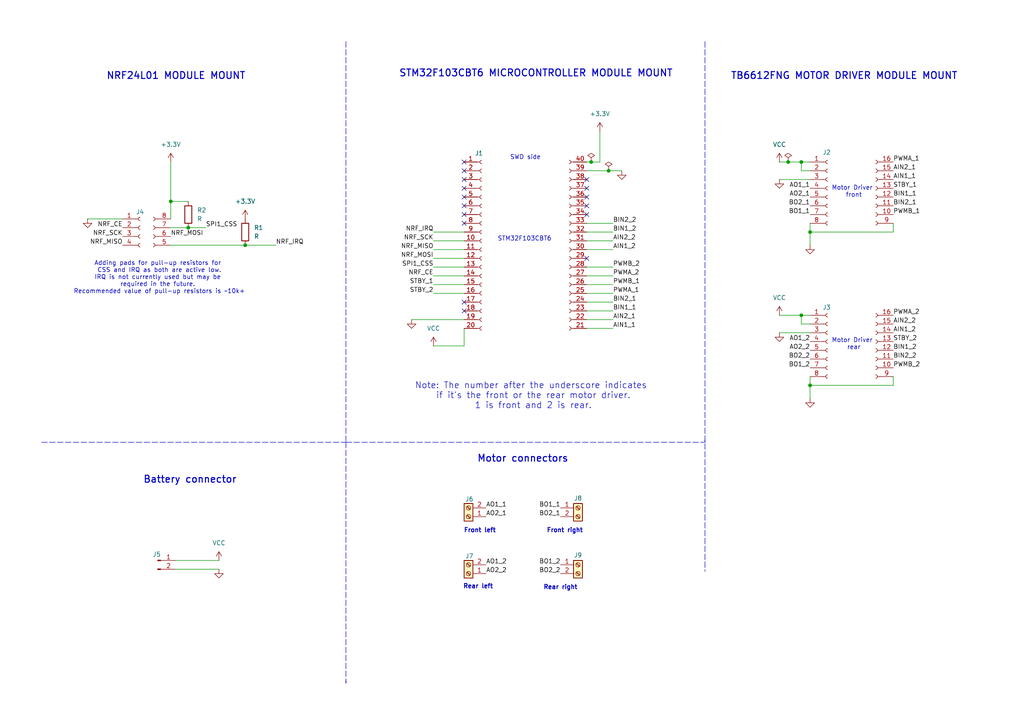
<source format=kicad_sch>
(kicad_sch (version 20250114) (generator "eeschema") (generator_version "9.0")
  (paper "A4")
  (title_block (title "RC CAR PCB"))
  (lib_symbols
    (symbol "Connector:Conn_01x02_Pin" (pin_names (offset 1.016) (hide yes))
      (property "Reference" "J" (at 0 2.54 0))
      (property "Value" "Conn_01x02_Pin" (at 0 -5.08 0))
      (symbol "Conn_01x02_Pin_1_1"
        (rectangle (start 0.8636 0.127) (end 0 -0.127) (stroke (width 0.1524)) (fill (type outline)))
        (rectangle (start 0.8636 -2.413) (end 0 -2.667) (stroke (width 0.1524)) (fill (type outline)))
        (polyline (pts (xy 1.27 0) (xy 0.8636 0)) (stroke (width 0.1524)))
        (polyline (pts (xy 1.27 -2.54) (xy 0.8636 -2.54)) (stroke (width 0.1524)))
        (pin passive line (at 5.08 0 180) (length 3.81) (name "Pin_1") (number "1"))
        (pin passive line (at 5.08 -2.54 180) (length 3.81) (name "Pin_2") (number "2"))
      )
    )
    (symbol "Connector:Screw_Terminal_01x02" (pin_names (offset 1.016) (hide yes))
      (property "Reference" "J" (at 0 2.54 0))
      (property "Value" "Screw_Terminal_01x02" (at 0 -5.08 0))
      (symbol "Screw_Terminal_01x02_1_1"
        (rectangle (start -1.27 1.27) (end 1.27 -3.81) (stroke (width 0.254)) (fill (type background)))
        (polyline (pts (xy -0.5334 0.3302) (xy 0.3302 -0.508)) (stroke (width 0.1524)))
        (polyline (pts (xy -0.5334 -2.2098) (xy 0.3302 -3.048)) (stroke (width 0.1524)))
        (polyline (pts (xy -0.3556 0.508) (xy 0.508 -0.3302)) (stroke (width 0.1524)))
        (polyline (pts (xy -0.3556 -2.032) (xy 0.508 -2.8702)) (stroke (width 0.1524)))
        (circle (center 0 0) (radius 0.635) (stroke (width 0.1524)))
        (circle (center 0 -2.54) (radius 0.635) (stroke (width 0.1524)))
        (pin passive line (at -5.08 0 0) (length 3.81) (name "Pin_1") (number "1"))
        (pin passive line (at -5.08 -2.54 0) (length 3.81) (name "Pin_2") (number "2"))
      )
    )
    (symbol "Custom_symbols:Conn_02x04_Socket" (pin_names (offset 1.016) (hide yes))
      (property "Reference" "J" (at 0 5.08 0))
      (property "Value" "Conn_02x04_Socket" (at 0 -7.62 0))
      (symbol "Conn_02x04_Socket_1_1"
        (polyline (pts (xy -1.27 2.54) (xy -0.508 2.54)) (stroke (width 0.1524)))
        (polyline (pts (xy -1.27 0) (xy -0.508 0)) (stroke (width 0.1524)))
        (polyline (pts (xy -1.27 -2.54) (xy -0.508 -2.54)) (stroke (width 0.1524)))
        (polyline (pts (xy -1.27 -5.08) (xy -0.508 -5.08)) (stroke (width 0.1524)))
        (arc (start 0 2.032) (mid -0.5058 2.54) (end 0 3.048) (stroke (width 0.1524)))
        (arc (start 0 -0.508) (mid -0.5058 0) (end 0 0.508) (stroke (width 0.1524)))
        (arc (start 0 -3.048) (mid -0.5058 -2.54) (end 0 -2.032) (stroke (width 0.1524)))
        (arc (start 0 -5.588) (mid -0.5058 -5.08) (end 0 -4.572) (stroke (width 0.1524)))
        (arc (start 3.81 3.048) (mid 4.3158 2.54) (end 3.81 2.032) (stroke (width 0.1524)))
        (arc (start 3.81 0.508) (mid 4.3158 0) (end 3.81 -0.508) (stroke (width 0.1524)))
        (arc (start 3.81 -2.032) (mid 4.3158 -2.54) (end 3.81 -3.048) (stroke (width 0.1524)))
        (arc (start 3.81 -4.572) (mid 4.3158 -5.08) (end 3.81 -5.588) (stroke (width 0.1524)))
        (polyline (pts (xy 5.08 2.54) (xy 4.318 2.54)) (stroke (width 0.1524)))
        (polyline (pts (xy 5.08 0) (xy 4.318 0)) (stroke (width 0.1524)))
        (polyline (pts (xy 5.08 -2.54) (xy 4.318 -2.54)) (stroke (width 0.1524)))
        (polyline (pts (xy 5.08 -5.08) (xy 4.318 -5.08)) (stroke (width 0.1524)))
        (pin passive line (at -5.08 2.54 0) (length 3.81) (name "Pin_1") (number "1"))
        (pin passive line (at -5.08 0 0) (length 3.81) (name "Pin_2") (number "2"))
        (pin passive line (at -5.08 -2.54 0) (length 3.81) (name "Pin_3") (number "3"))
        (pin passive line (at -5.08 -5.08 0) (length 3.81) (name "Pin_4") (number "4"))
        (pin passive line (at 8.89 2.54 180) (length 3.81) (name "Pin_4") (number "8"))
        (pin passive line (at 8.89 0 180) (length 3.81) (name "Pin_3") (number "7"))
        (pin passive line (at 8.89 -2.54 180) (length 3.81) (name "Pin_2") (number "6"))
        (pin passive line (at 8.89 -5.08 180) (length 3.81) (name "Pin_1") (number "5"))
      )
    )
    (symbol "Custom_symbols:Conn_02x08_Socket" (pin_names (offset 1.016) (hide yes))
      (property "Reference" "J" (at 0 10.16 0))
      (property "Value" "Conn_02x08_Socket" (at 0 -12.7 0))
      (symbol "Conn_02x08_Socket_1_1"
        (polyline (pts (xy -1.27 7.62) (xy -0.508 7.62)) (stroke (width 0.1524)))
        (polyline (pts (xy -1.27 5.08) (xy -0.508 5.08)) (stroke (width 0.1524)))
        (polyline (pts (xy -1.27 2.54) (xy -0.508 2.54)) (stroke (width 0.1524)))
        (polyline (pts (xy -1.27 0) (xy -0.508 0)) (stroke (width 0.1524)))
        (polyline (pts (xy -1.27 -2.54) (xy -0.508 -2.54)) (stroke (width 0.1524)))
        (polyline (pts (xy -1.27 -5.08) (xy -0.508 -5.08)) (stroke (width 0.1524)))
        (polyline (pts (xy -1.27 -7.62) (xy -0.508 -7.62)) (stroke (width 0.1524)))
        (polyline (pts (xy -1.27 -10.16) (xy -0.508 -10.16)) (stroke (width 0.1524)))
        (arc (start 0 7.112) (mid -0.5058 7.62) (end 0 8.128) (stroke (width 0.1524)))
        (arc (start 0 4.572) (mid -0.5058 5.08) (end 0 5.588) (stroke (width 0.1524)))
        (arc (start 0 2.032) (mid -0.5058 2.54) (end 0 3.048) (stroke (width 0.1524)))
        (arc (start 0 -0.508) (mid -0.5058 0) (end 0 0.508) (stroke (width 0.1524)))
        (arc (start 0 -3.048) (mid -0.5058 -2.54) (end 0 -2.032) (stroke (width 0.1524)))
        (arc (start 0 -5.588) (mid -0.5058 -5.08) (end 0 -4.572) (stroke (width 0.1524)))
        (arc (start 0 -8.128) (mid -0.5058 -7.62) (end 0 -7.112) (stroke (width 0.1524)))
        (arc (start 0 -10.668) (mid -0.5058 -10.16) (end 0 -9.652) (stroke (width 0.1524)))
        (arc (start 13.97 8.128) (mid 14.4758 7.62) (end 13.97 7.112) (stroke (width 0.1524)))
        (arc (start 13.97 5.588) (mid 14.4758 5.08) (end 13.97 4.572) (stroke (width 0.1524)))
        (arc (start 13.97 3.048) (mid 14.4758 2.54) (end 13.97 2.032) (stroke (width 0.1524)))
        (arc (start 13.97 0.508) (mid 14.4758 0) (end 13.97 -0.508) (stroke (width 0.1524)))
        (arc (start 13.97 -2.032) (mid 14.4758 -2.54) (end 13.97 -3.048) (stroke (width 0.1524)))
        (arc (start 13.97 -4.572) (mid 14.4758 -5.08) (end 13.97 -5.588) (stroke (width 0.1524)))
        (arc (start 13.97 -7.112) (mid 14.4758 -7.62) (end 13.97 -8.128) (stroke (width 0.1524)))
        (arc (start 13.97 -9.652) (mid 14.4758 -10.16) (end 13.97 -10.668) (stroke (width 0.1524)))
        (polyline (pts (xy 15.24 7.62) (xy 14.478 7.62)) (stroke (width 0.1524)))
        (polyline (pts (xy 15.24 5.08) (xy 14.478 5.08)) (stroke (width 0.1524)))
        (polyline (pts (xy 15.24 2.54) (xy 14.478 2.54)) (stroke (width 0.1524)))
        (polyline (pts (xy 15.24 0) (xy 14.478 0)) (stroke (width 0.1524)))
        (polyline (pts (xy 15.24 -2.54) (xy 14.478 -2.54)) (stroke (width 0.1524)))
        (polyline (pts (xy 15.24 -5.08) (xy 14.478 -5.08)) (stroke (width 0.1524)))
        (polyline (pts (xy 15.24 -7.62) (xy 14.478 -7.62)) (stroke (width 0.1524)))
        (polyline (pts (xy 15.24 -10.16) (xy 14.478 -10.16)) (stroke (width 0.1524)))
        (pin passive line (at -5.08 7.62 0) (length 3.81) (name "Pin_1") (number "1"))
        (pin passive line (at -5.08 5.08 0) (length 3.81) (name "Pin_2") (number "2"))
        (pin passive line (at -5.08 2.54 0) (length 3.81) (name "Pin_3") (number "3"))
        (pin passive line (at -5.08 0 0) (length 3.81) (name "Pin_4") (number "4"))
        (pin passive line (at -5.08 -2.54 0) (length 3.81) (name "Pin_5") (number "5"))
        (pin passive line (at -5.08 -5.08 0) (length 3.81) (name "Pin_6") (number "6"))
        (pin passive line (at -5.08 -7.62 0) (length 3.81) (name "Pin_7") (number "7"))
        (pin passive line (at -5.08 -10.16 0) (length 3.81) (name "Pin_8") (number "8"))
        (pin passive line (at 19.05 7.62 180) (length 3.81) (name "Pin_1") (number "16"))
        (pin passive line (at 19.05 5.08 180) (length 3.81) (name "Pin_2") (number "15"))
        (pin passive line (at 19.05 2.54 180) (length 3.81) (name "Pin_3") (number "14"))
        (pin passive line (at 19.05 0 180) (length 3.81) (name "Pin_4") (number "13"))
        (pin passive line (at 19.05 -2.54 180) (length 3.81) (name "Pin_5") (number "12"))
        (pin passive line (at 19.05 -5.08 180) (length 3.81) (name "Pin_6") (number "11"))
        (pin passive line (at 19.05 -7.62 180) (length 3.81) (name "Pin_7") (number "10"))
        (pin passive line (at 19.05 -10.16 180) (length 3.81) (name "Pin_8") (number "9"))
      )
    )
    (symbol "Custom_symbols:Conn_02x20_Socket" (pin_names (offset 1.016) (hide yes))
      (property "Reference" "J" (at 0 25.4 0))
      (property "Value" "Conn_02x20_Socket" (at -12.7 -29.21 0))
      (symbol "Conn_02x20_Socket_1_1"
        (polyline (pts (xy -13.97 21.59) (xy -13.208 21.59)) (stroke (width 0.1524)))
        (polyline (pts (xy -13.97 19.05) (xy -13.208 19.05)) (stroke (width 0.1524)))
        (polyline (pts (xy -13.97 16.51) (xy -13.208 16.51)) (stroke (width 0.1524)))
        (polyline (pts (xy -13.97 13.97) (xy -13.208 13.97)) (stroke (width 0.1524)))
        (polyline (pts (xy -13.97 11.43) (xy -13.208 11.43)) (stroke (width 0.1524)))
        (polyline (pts (xy -13.97 8.89) (xy -13.208 8.89)) (stroke (width 0.1524)))
        (polyline (pts (xy -13.97 6.35) (xy -13.208 6.35)) (stroke (width 0.1524)))
        (polyline (pts (xy -13.97 3.81) (xy -13.208 3.81)) (stroke (width 0.1524)))
        (polyline (pts (xy -13.97 1.27) (xy -13.208 1.27)) (stroke (width 0.1524)))
        (polyline (pts (xy -13.97 -1.27) (xy -13.208 -1.27)) (stroke (width 0.1524)))
        (polyline (pts (xy -13.97 -3.81) (xy -13.208 -3.81)) (stroke (width 0.1524)))
        (polyline (pts (xy -13.97 -6.35) (xy -13.208 -6.35)) (stroke (width 0.1524)))
        (polyline (pts (xy -13.97 -8.89) (xy -13.208 -8.89)) (stroke (width 0.1524)))
        (polyline (pts (xy -13.97 -11.43) (xy -13.208 -11.43)) (stroke (width 0.1524)))
        (polyline (pts (xy -13.97 -13.97) (xy -13.208 -13.97)) (stroke (width 0.1524)))
        (polyline (pts (xy -13.97 -16.51) (xy -13.208 -16.51)) (stroke (width 0.1524)))
        (polyline (pts (xy -13.97 -19.05) (xy -13.208 -19.05)) (stroke (width 0.1524)))
        (polyline (pts (xy -13.97 -21.59) (xy -13.208 -21.59)) (stroke (width 0.1524)))
        (polyline (pts (xy -13.97 -24.13) (xy -13.208 -24.13)) (stroke (width 0.1524)))
        (polyline (pts (xy -13.97 -26.67) (xy -13.208 -26.67)) (stroke (width 0.1524)))
        (arc (start -12.7 21.082) (mid -13.2058 21.59) (end -12.7 22.098) (stroke (width 0.1524)))
        (arc (start -12.7 18.542) (mid -13.2058 19.05) (end -12.7 19.558) (stroke (width 0.1524)))
        (arc (start -12.7 16.002) (mid -13.2058 16.51) (end -12.7 17.018) (stroke (width 0.1524)))
        (arc (start -12.7 13.462) (mid -13.2058 13.97) (end -12.7 14.478) (stroke (width 0.1524)))
        (arc (start -12.7 10.922) (mid -13.2058 11.43) (end -12.7 11.938) (stroke (width 0.1524)))
        (arc (start -12.7 8.382) (mid -13.2058 8.89) (end -12.7 9.398) (stroke (width 0.1524)))
        (arc (start -12.7 5.842) (mid -13.2058 6.35) (end -12.7 6.858) (stroke (width 0.1524)))
        (arc (start -12.7 3.302) (mid -13.2058 3.81) (end -12.7 4.318) (stroke (width 0.1524)))
        (arc (start -12.7 0.762) (mid -13.2058 1.27) (end -12.7 1.778) (stroke (width 0.1524)))
        (arc (start -12.7 -1.778) (mid -13.2058 -1.27) (end -12.7 -0.762) (stroke (width 0.1524)))
        (arc (start -12.7 -4.318) (mid -13.2058 -3.81) (end -12.7 -3.302) (stroke (width 0.1524)))
        (arc (start -12.7 -6.858) (mid -13.2058 -6.35) (end -12.7 -5.842) (stroke (width 0.1524)))
        (arc (start -12.7 -9.398) (mid -13.2058 -8.89) (end -12.7 -8.382) (stroke (width 0.1524)))
        (arc (start -12.7 -11.938) (mid -13.2058 -11.43) (end -12.7 -10.922) (stroke (width 0.1524)))
        (arc (start -12.7 -14.478) (mid -13.2058 -13.97) (end -12.7 -13.462) (stroke (width 0.1524)))
        (arc (start -12.7 -17.018) (mid -13.2058 -16.51) (end -12.7 -16.002) (stroke (width 0.1524)))
        (arc (start -12.7 -19.558) (mid -13.2058 -19.05) (end -12.7 -18.542) (stroke (width 0.1524)))
        (arc (start -12.7 -22.098) (mid -13.2058 -21.59) (end -12.7 -21.082) (stroke (width 0.1524)))
        (arc (start -12.7 -24.638) (mid -13.2058 -24.13) (end -12.7 -23.622) (stroke (width 0.1524)))
        (arc (start -12.7 -27.178) (mid -13.2058 -26.67) (end -12.7 -26.162) (stroke (width 0.1524)))
        (arc (start 12.7 22.098) (mid 13.2058 21.59) (end 12.7 21.082) (stroke (width 0.1524)))
        (arc (start 12.7 19.558) (mid 13.2058 19.05) (end 12.7 18.542) (stroke (width 0.1524)))
        (arc (start 12.7 17.018) (mid 13.2058 16.51) (end 12.7 16.002) (stroke (width 0.1524)))
        (arc (start 12.7 14.478) (mid 13.2058 13.97) (end 12.7 13.462) (stroke (width 0.1524)))
        (arc (start 12.7 11.938) (mid 13.2058 11.43) (end 12.7 10.922) (stroke (width 0.1524)))
        (arc (start 12.7 9.398) (mid 13.2058 8.89) (end 12.7 8.382) (stroke (width 0.1524)))
        (arc (start 12.7 6.858) (mid 13.2058 6.35) (end 12.7 5.842) (stroke (width 0.1524)))
        (arc (start 12.7 4.318) (mid 13.2058 3.81) (end 12.7 3.302) (stroke (width 0.1524)))
        (arc (start 12.7 1.778) (mid 13.2058 1.27) (end 12.7 0.762) (stroke (width 0.1524)))
        (arc (start 12.7 -0.762) (mid 13.2058 -1.27) (end 12.7 -1.778) (stroke (width 0.1524)))
        (arc (start 12.7 -3.302) (mid 13.2058 -3.81) (end 12.7 -4.318) (stroke (width 0.1524)))
        (arc (start 12.7 -5.842) (mid 13.2058 -6.35) (end 12.7 -6.858) (stroke (width 0.1524)))
        (arc (start 12.7 -8.382) (mid 13.2058 -8.89) (end 12.7 -9.398) (stroke (width 0.1524)))
        (arc (start 12.7 -10.922) (mid 13.2058 -11.43) (end 12.7 -11.938) (stroke (width 0.1524)))
        (arc (start 12.7 -13.462) (mid 13.2058 -13.97) (end 12.7 -14.478) (stroke (width 0.1524)))
        (arc (start 12.7 -16.002) (mid 13.2058 -16.51) (end 12.7 -17.018) (stroke (width 0.1524)))
        (arc (start 12.7 -18.542) (mid 13.2058 -19.05) (end 12.7 -19.558) (stroke (width 0.1524)))
        (arc (start 12.7 -21.082) (mid 13.2058 -21.59) (end 12.7 -22.098) (stroke (width 0.1524)))
        (arc (start 12.7 -23.622) (mid 13.2058 -24.13) (end 12.7 -24.638) (stroke (width 0.1524)))
        (arc (start 12.7 -26.162) (mid 13.2058 -26.67) (end 12.7 -27.178) (stroke (width 0.1524)))
        (polyline (pts (xy 13.97 21.59) (xy 13.208 21.59)) (stroke (width 0.1524)))
        (polyline (pts (xy 13.97 19.05) (xy 13.208 19.05)) (stroke (width 0.1524)))
        (polyline (pts (xy 13.97 16.51) (xy 13.208 16.51)) (stroke (width 0.1524)))
        (polyline (pts (xy 13.97 13.97) (xy 13.208 13.97)) (stroke (width 0.1524)))
        (polyline (pts (xy 13.97 11.43) (xy 13.208 11.43)) (stroke (width 0.1524)))
        (polyline (pts (xy 13.97 8.89) (xy 13.208 8.89)) (stroke (width 0.1524)))
        (polyline (pts (xy 13.97 6.35) (xy 13.208 6.35)) (stroke (width 0.1524)))
        (polyline (pts (xy 13.97 3.81) (xy 13.208 3.81)) (stroke (width 0.1524)))
        (polyline (pts (xy 13.97 1.27) (xy 13.208 1.27)) (stroke (width 0.1524)))
        (polyline (pts (xy 13.97 -1.27) (xy 13.208 -1.27)) (stroke (width 0.1524)))
        (polyline (pts (xy 13.97 -3.81) (xy 13.208 -3.81)) (stroke (width 0.1524)))
        (polyline (pts (xy 13.97 -6.35) (xy 13.208 -6.35)) (stroke (width 0.1524)))
        (polyline (pts (xy 13.97 -8.89) (xy 13.208 -8.89)) (stroke (width 0.1524)))
        (polyline (pts (xy 13.97 -11.43) (xy 13.208 -11.43)) (stroke (width 0.1524)))
        (polyline (pts (xy 13.97 -13.97) (xy 13.208 -13.97)) (stroke (width 0.1524)))
        (polyline (pts (xy 13.97 -16.51) (xy 13.208 -16.51)) (stroke (width 0.1524)))
        (polyline (pts (xy 13.97 -19.05) (xy 13.208 -19.05)) (stroke (width 0.1524)))
        (polyline (pts (xy 13.97 -21.59) (xy 13.208 -21.59)) (stroke (width 0.1524)))
        (polyline (pts (xy 13.97 -24.13) (xy 13.208 -24.13)) (stroke (width 0.1524)))
        (polyline (pts (xy 13.97 -26.67) (xy 13.208 -26.67)) (stroke (width 0.1524)))
        (pin passive line (at -17.78 21.59 0) (length 3.81) (name "Pin_1") (number "1"))
        (pin passive line (at -17.78 19.05 0) (length 3.81) (name "Pin_2") (number "2"))
        (pin passive line (at -17.78 16.51 0) (length 3.81) (name "Pin_3") (number "3"))
        (pin passive line (at -17.78 13.97 0) (length 3.81) (name "Pin_4") (number "4"))
        (pin passive line (at -17.78 11.43 0) (length 3.81) (name "Pin_5") (number "5"))
        (pin passive line (at -17.78 8.89 0) (length 3.81) (name "Pin_6") (number "6"))
        (pin passive line (at -17.78 6.35 0) (length 3.81) (name "Pin_7") (number "7"))
        (pin passive line (at -17.78 3.81 0) (length 3.81) (name "Pin_8") (number "8"))
        (pin passive line (at -17.78 1.27 0) (length 3.81) (name "Pin_9") (number "9"))
        (pin passive line (at -17.78 -1.27 0) (length 3.81) (name "Pin_10") (number "10"))
        (pin passive line (at -17.78 -3.81 0) (length 3.81) (name "Pin_11") (number "11"))
        (pin passive line (at -17.78 -6.35 0) (length 3.81) (name "Pin_12") (number "12"))
        (pin passive line (at -17.78 -8.89 0) (length 3.81) (name "Pin_13") (number "13"))
        (pin passive line (at -17.78 -11.43 0) (length 3.81) (name "Pin_14") (number "14"))
        (pin passive line (at -17.78 -13.97 0) (length 3.81) (name "Pin_15") (number "15"))
        (pin passive line (at -17.78 -16.51 0) (length 3.81) (name "Pin_16") (number "16"))
        (pin passive line (at -17.78 -19.05 0) (length 3.81) (name "Pin_17") (number "17"))
        (pin passive line (at -17.78 -21.59 0) (length 3.81) (name "Pin_18") (number "18"))
        (pin passive line (at -17.78 -24.13 0) (length 3.81) (name "Pin_19") (number "19"))
        (pin passive line (at -17.78 -26.67 0) (length 3.81) (name "Pin_20") (number "20"))
        (pin passive line (at 17.78 21.59 180) (length 3.81) (name "Pin_20") (number "40"))
        (pin passive line (at 17.78 19.05 180) (length 3.81) (name "Pin_19") (number "39"))
        (pin passive line (at 17.78 16.51 180) (length 3.81) (name "Pin_18") (number "38"))
        (pin passive line (at 17.78 13.97 180) (length 3.81) (name "Pin_17") (number "37"))
        (pin passive line (at 17.78 11.43 180) (length 3.81) (name "Pin_16") (number "36"))
        (pin passive line (at 17.78 8.89 180) (length 3.81) (name "Pin_15") (number "35"))
        (pin passive line (at 17.78 6.35 180) (length 3.81) (name "Pin_14") (number "34"))
        (pin passive line (at 17.78 3.81 180) (length 3.81) (name "Pin_13") (number "33"))
        (pin passive line (at 17.78 1.27 180) (length 3.81) (name "Pin_12") (number "32"))
        (pin passive line (at 17.78 -1.27 180) (length 3.81) (name "Pin_11") (number "31"))
        (pin passive line (at 17.78 -3.81 180) (length 3.81) (name "Pin_10") (number "30"))
        (pin passive line (at 17.78 -6.35 180) (length 3.81) (name "Pin_9") (number "29"))
        (pin passive line (at 17.78 -8.89 180) (length 3.81) (name "Pin_8") (number "28"))
        (pin passive line (at 17.78 -11.43 180) (length 3.81) (name "Pin_7") (number "27"))
        (pin passive line (at 17.78 -13.97 180) (length 3.81) (name "Pin_6") (number "26"))
        (pin passive line (at 17.78 -16.51 180) (length 3.81) (name "Pin_5") (number "25"))
        (pin passive line (at 17.78 -19.05 180) (length 3.81) (name "Pin_4") (number "24"))
        (pin passive line (at 17.78 -21.59 180) (length 3.81) (name "Pin_3") (number "23"))
        (pin passive line (at 17.78 -24.13 180) (length 3.81) (name "Pin_2") (number "22"))
        (pin passive line (at 17.78 -26.67 180) (length 3.81) (name "Pin_1") (number "21"))
      )
    )
    (symbol "Device:R" (pin_numbers (hide yes)) (pin_names (offset 0))
      (property "Reference" "R" (at 2.032 0 90))
      (property "Value" "R" (at 0 0 90))
      (symbol "R_0_1"
        (rectangle (start -1.016 -2.54) (end 1.016 2.54) (stroke (width 0.254)))
      )
      (symbol "R_1_1"
        (pin passive line (at 0 3.81 270) (length 1.27) (name "~") (number "1"))
        (pin passive line (at 0 -3.81 90) (length 1.27) (name "~") (number "2"))
      )
    )
    (symbol "power:+3.3V" (power) (pin_numbers (hide yes)) (pin_names (offset 0) (hide yes))
      (property "Value" "+3.3V" (at 0 3.556 0))
      (symbol "+3.3V_0_1"
        (polyline (pts (xy -0.762 1.27) (xy 0 2.54)))
        (polyline (pts (xy 0 2.54) (xy 0.762 1.27)))
        (polyline (pts (xy 0 0) (xy 0 2.54)))
      )
      (symbol "+3.3V_1_1"
        (pin power_in line (at 0 0 90) (length 0) (name "~") (number "1"))
      )
    )
    (symbol "power:GND" (power) (pin_numbers (hide yes)) (pin_names (offset 0) (hide yes))
      (property "Value" "GND" (at 0 -3.81 0))
      (symbol "GND_0_1"
        (polyline (pts (xy 0 0) (xy 0 -1.27) (xy 1.27 -1.27) (xy 0 -2.54) (xy -1.27 -1.27) (xy 0 -1.27)))
      )
      (symbol "GND_1_1"
        (pin power_in line (at 0 0 270) (length 0) (name "~") (number "1"))
      )
    )
    (symbol "power:PWR_FLAG" (power) (pin_numbers (hide yes)) (pin_names (offset 0) (hide yes))
      (property "Value" "PWR_FLAG" (at 0 3.81 0))
      (symbol "PWR_FLAG_0_0"
        (pin power_out line (at 0 0 90) (length 0) (name "~") (number "1"))
      )
      (symbol "PWR_FLAG_0_1"
        (polyline (pts (xy 0 0) (xy 0 1.27) (xy -1.016 1.905) (xy 0 2.54) (xy 1.016 1.905) (xy 0 1.27)))
      )
    )
    (symbol "power:VCC" (power) (pin_numbers (hide yes)) (pin_names (offset 0) (hide yes))
      (property "Value" "VCC" (at 0 3.556 0))
      (symbol "VCC_0_1"
        (polyline (pts (xy -0.762 1.27) (xy 0 2.54)))
        (polyline (pts (xy 0 2.54) (xy 0.762 1.27)))
        (polyline (pts (xy 0 0) (xy 0 2.54)))
      )
      (symbol "VCC_1_1"
        (pin power_in line (at 0 0 90) (length 0) (name "~") (number "1"))
      )
    )
  )
  (text "Front left\n" (at 139.192 153.924 0) (effects (font (size 1.27 1.27) (thickness 0.254) (bold yes))))
  (text "STM32F103CBT6\n" (at 152.146 69.342 0) (effects (font (size 1.27 1.27))))
  (text "TB6612FNG MOTOR DRIVER MODULE MOUNT\n" (at 244.856 22.098 0) (effects (font (size 2 2) (thickness 0.3) (bold yes))))
  (text "Motor connectors\n" (at 151.638 133.096 0) (effects (font (size 2 2) (thickness 0.3) (bold yes))))
  (text "Adding pads for pull-up resistors for \nCSS and IRQ as both are active low.\nIRQ is not currently used but may be \nrequired in the future. \nRecommended value of pull-up resistors is ~10k+" (at 46.228 80.518 0) (effects (font (size 1.27 1.27))))
  (text "Front right\n" (at 163.83 153.924 0) (effects (font (size 1.27 1.27) (thickness 0.254) (bold yes))))
  (text "Note: The number after the underscore indicates \nif it's the front or the rear motor driver.\n1 is front and 2 is rear." (at 154.686 114.808 0) (effects (font (size 1.8 1.8))))
  (text "Rear left\n" (at 138.684 170.18 0) (effects (font (size 1.27 1.27) (thickness 0.254) (bold yes))))
  (text "Rear right" (at 162.56 170.434 0) (effects (font (size 1.27 1.27) (thickness 0.254) (bold yes))))
  (text "NRF24L01 MODULE MOUNT\n" (at 51.054 22.098 0) (effects (font (size 2 2) (thickness 0.3) (bold yes))))
  (text "Motor Driver \nfront\n" (at 247.65 55.626 0) (effects (font (size 1.27 1.27))))
  (text "SWD side\n" (at 152.4 45.72 0) (effects (font (size 1.27 1.27))))
  (text "STM32F103CBT6 MICROCONTROLLER MODULE MOUNT" (at 155.448 21.336 0) (effects (font (size 2 2) (thickness 0.3) (bold yes))))
  (text "Motor Driver \nrear\n" (at 247.65 99.822 0) (effects (font (size 1.27 1.27))))
  (text "Battery connector\n" (at 55.118 139.192 0) (effects (font (size 2 2) (thickness 0.3) (bold yes))))
  (junction (at 228.6 46.99))
  (junction (at 234.95 67.31))
  (junction (at 176.53 49.53))
  (junction (at 49.53 58.42))
  (junction (at 71.12 71.12))
  (junction (at 54.61 66.04))
  (junction (at 232.41 91.44))
  (junction (at 171.45 46.99))
  (junction (at 234.95 111.76))
  (junction (at 232.41 46.99))
  (no_connect (at 134.62 57.15))
  (no_connect (at 134.62 49.53))
  (no_connect (at 134.62 64.77))
  (no_connect (at 170.18 74.93))
  (no_connect (at 134.62 62.23))
  (no_connect (at 134.62 59.69))
  (no_connect (at 134.62 52.07))
  (no_connect (at 170.18 62.23))
  (no_connect (at 134.62 90.17))
  (no_connect (at 134.62 46.99))
  (no_connect (at 134.62 54.61))
  (no_connect (at 134.62 87.63))
  (no_connect (at 170.18 59.69))
  (no_connect (at 170.18 54.61))
  (no_connect (at 170.18 52.07))
  (no_connect (at 170.18 57.15))
  (wire (pts (xy 226.06 52.07) (xy 234.95 52.07)))
  (wire (pts (xy 234.95 115.57) (xy 234.95 111.76)))
  (wire (pts (xy 171.45 46.99) (xy 170.18 46.99)))
  (wire (pts (xy 232.41 91.44) (xy 234.95 91.44)))
  (wire (pts (xy 170.18 82.55) (xy 177.8 82.55)))
  (wire (pts (xy 226.06 91.44) (xy 232.41 91.44)))
  (wire (pts (xy 125.73 69.85) (xy 134.62 69.85)))
  (wire (pts (xy 173.99 46.99) (xy 171.45 46.99)))
  (wire (pts (xy 170.18 92.71) (xy 177.8 92.71)))
  (wire (pts (xy 125.73 82.55) (xy 134.62 82.55)))
  (wire (pts (xy 63.5 165.1) (xy 50.8 165.1)))
  (wire (pts (xy 234.95 49.53) (xy 232.41 49.53)))
  (wire (pts (xy 232.41 46.99) (xy 234.95 46.99)))
  (wire (pts (xy 259.08 111.76) (xy 234.95 111.76)))
  (wire (pts (xy 50.8 162.56) (xy 63.5 162.56)))
  (wire (pts (xy 125.73 74.93) (xy 134.62 74.93)))
  (polyline (pts (xy 204.47 128.27) (xy 204.47 127.635)) (stroke (width 0) (type dash)))
  (wire (pts (xy 234.95 67.31) (xy 234.95 64.77)))
  (wire (pts (xy 170.18 69.85) (xy 177.8 69.85)))
  (wire (pts (xy 49.53 71.12) (xy 71.12 71.12)))
  (wire (pts (xy 176.53 49.53) (xy 180.34 49.53)))
  (wire (pts (xy 134.62 100.33) (xy 125.73 100.33)))
  (wire (pts (xy 170.18 85.09) (xy 177.8 85.09)))
  (wire (pts (xy 170.18 90.17) (xy 177.8 90.17)))
  (wire (pts (xy 170.18 95.25) (xy 177.8 95.25)))
  (wire (pts (xy 232.41 93.98) (xy 232.41 91.44)))
  (polyline (pts (xy 100.33 128.27) (xy 100.33 198.12)) (stroke (width 0) (type dash)))
  (wire (pts (xy 170.18 67.31) (xy 177.8 67.31)))
  (wire (pts (xy 170.18 64.77) (xy 177.8 64.77)))
  (wire (pts (xy 54.61 66.04) (xy 59.69 66.04)))
  (wire (pts (xy 259.08 64.77) (xy 259.08 67.31)))
  (polyline (pts (xy 204.47 12.065) (xy 204.47 165.735)) (stroke (width 0) (type dash)))
  (wire (pts (xy 170.18 80.01) (xy 177.8 80.01)))
  (wire (pts (xy 170.18 77.47) (xy 177.8 77.47)))
  (polyline (pts (xy 12.065 128.27) (xy 100.33 128.27)) (stroke (width 0) (type dash)))
  (wire (pts (xy 170.18 49.53) (xy 176.53 49.53)))
  (wire (pts (xy 228.6 46.99) (xy 232.41 46.99)))
  (wire (pts (xy 49.53 66.04) (xy 54.61 66.04)))
  (wire (pts (xy 125.73 80.01) (xy 134.62 80.01)))
  (polyline (pts (xy 100.33 197.485) (xy 100.33 198.12)) (stroke (width 0) (type dash)))
  (wire (pts (xy 173.99 38.1) (xy 173.99 46.99)))
  (wire (pts (xy 71.12 71.12) (xy 80.01 71.12)))
  (wire (pts (xy 226.06 46.99) (xy 228.6 46.99)))
  (polyline (pts (xy 100.33 12.065) (xy 100.33 128.27)) (stroke (width 0) (type dash)))
  (wire (pts (xy 49.53 58.42) (xy 54.61 58.42)))
  (wire (pts (xy 259.08 109.22) (xy 259.08 111.76)))
  (wire (pts (xy 49.53 46.99) (xy 49.53 58.42)))
  (wire (pts (xy 119.38 92.71) (xy 134.62 92.71)))
  (wire (pts (xy 125.73 72.39) (xy 134.62 72.39)))
  (wire (pts (xy 49.53 58.42) (xy 49.53 63.5)))
  (wire (pts (xy 226.06 96.52) (xy 234.95 96.52)))
  (wire (pts (xy 259.08 67.31) (xy 234.95 67.31)))
  (wire (pts (xy 125.73 67.31) (xy 134.62 67.31)))
  (wire (pts (xy 234.95 93.98) (xy 232.41 93.98)))
  (wire (pts (xy 170.18 87.63) (xy 177.8 87.63)))
  (wire (pts (xy 125.73 85.09) (xy 134.62 85.09)))
  (wire (pts (xy 134.62 95.25) (xy 134.62 100.33)))
  (wire (pts (xy 125.73 77.47) (xy 134.62 77.47)))
  (wire (pts (xy 234.95 111.76) (xy 234.95 109.22)))
  (wire (pts (xy 170.18 72.39) (xy 177.8 72.39)))
  (wire (pts (xy 25.4 63.5) (xy 35.56 63.5)))
  (wire (pts (xy 234.95 71.12) (xy 234.95 67.31)))
  (polyline (pts (xy 100.33 128.27) (xy 204.47 128.27)) (stroke (width 0) (type dash)))
  (wire (pts (xy 232.41 49.53) (xy 232.41 46.99)))
  (label "BIN2_1" (at 259.08 59.69 0))
  (label "AO2_2" (at 140.97 166.37 0))
  (label "NRF_MISO" (at 35.56 71.12 180))
  (label "BIN2_2" (at 177.8 64.77 0))
  (label "BO1_1" (at 162.56 147.32 180))
  (label "NRF_CE" (at 35.56 66.04 180))
  (label "NRF_MISO" (at 125.73 72.39 180))
  (label "STBY_1" (at 125.73 82.55 180))
  (label "PWMB_2" (at 177.8 77.47 0))
  (label "AIN2_1" (at 259.08 49.53 0))
  (label "AO1_1" (at 140.97 147.32 0))
  (label "SPI1_CSS" (at 59.69 66.04 0))
  (label "PWMB_1" (at 177.8 82.55 0))
  (label "BIN1_2" (at 177.8 67.31 0))
  (label "BIN2_1" (at 177.8 87.63 0))
  (label "PWMB_1" (at 259.08 62.23 0))
  (label "SPI1_CSS" (at 125.73 77.47 180))
  (label "AO1_2" (at 234.95 99.06 180))
  (label "PWMA_1" (at 177.8 85.09 0))
  (label "AIN2_1" (at 177.8 92.71 0))
  (label "AIN2_2" (at 177.8 69.85 0))
  (label "AIN1_1" (at 177.8 95.25 0))
  (label "STBY_2" (at 259.08 99.06 0))
  (label "BO1_1" (at 234.95 62.23 180))
  (label "PWMB_2" (at 259.08 106.68 0))
  (label "NRF_IRQ" (at 80.01 71.12 0))
  (label "AO2_2" (at 234.95 101.6 180))
  (label "BO2_2" (at 234.95 104.14 180))
  (label "NRF_SCK" (at 125.73 69.85 180))
  (label "NRF_MOSI" (at 49.53 68.58 0))
  (label "AO2_1" (at 234.95 57.15 180))
  (label "PWMA_1" (at 259.08 46.99 0))
  (label "BO2_1" (at 162.56 149.86 180))
  (label "BO2_2" (at 162.56 166.37 180))
  (label "NRF_SCK" (at 35.56 68.58 180))
  (label "PWMA_2" (at 259.08 91.44 0))
  (label "AO2_1" (at 140.97 149.86 0))
  (label "BO1_2" (at 162.56 163.83 180))
  (label "AIN2_2" (at 259.08 93.98 0))
  (label "BIN2_2" (at 259.08 104.14 0))
  (label "BIN1_2" (at 259.08 101.6 0))
  (label "BO2_1" (at 234.95 59.69 180))
  (label "AO1_1" (at 234.95 54.61 180))
  (label "AIN1_1" (at 259.08 52.07 0))
  (label "STBY_2" (at 125.73 85.09 180))
  (label "AO1_2" (at 140.97 163.83 0))
  (label "PWMA_2" (at 177.8 80.01 0))
  (label "NRF_MOSI" (at 125.73 74.93 180))
  (label "BO1_2" (at 234.95 106.68 180))
  (label "AIN1_2" (at 177.8 72.39 0))
  (label "BIN1_1" (at 177.8 90.17 0))
  (label "STBY_1" (at 259.08 54.61 0))
  (label "NRF_CE" (at 125.73 80.01 180))
  (label "AIN1_2" (at 259.08 96.52 0))
  (label "NRF_IRQ" (at 125.73 67.31 180))
  (label "BIN1_1" (at 259.08 57.15 0))
  (symbol (lib_id "Connector:Screw_Terminal_01x02") (at 167.64 163.83 0) (unit 1)
    (property "Reference" "J9" (at 167.64 161.036 0))
    (property "Value" "Screw_Terminal_01x02" (effects (hide yes)))
    (property "Footprint" "TerminalBlock_4Ucon:TerminalBlock_4Ucon_1x02_P3.50mm_Horizontal" (effects (hide yes)))
    (property "Description" "Generic screw terminal, single row, 01x02, script generated (kicad-library-utils/schlib/autogen/connector/)" (effects (hide yes)))
  )
  (symbol (lib_id "Connector:Screw_Terminal_01x02") (at 135.89 149.86 180) (unit 1)
    (property "Reference" "J6" (at 136.144 144.78 0))
    (property "Value" "Screw_Terminal_01x02" (effects (hide yes)))
    (property "Footprint" "TerminalBlock_4Ucon:TerminalBlock_4Ucon_1x02_P3.50mm_Horizontal" (effects (hide yes)))
    (property "Description" "Generic screw terminal, single row, 01x02, script generated (kicad-library-utils/schlib/autogen/connector/)" (effects (hide yes)))
  )
  (symbol (lib_id "power:VCC") (at 63.5 162.56 0) (unit 1)
    (property "Reference" "#PWR016" (effects (hide yes)))
    (property "Value" "VCC" (at 63.5 157.48 0))
    (property "Description" "Power symbol creates a global label with name \"VCC\"" (effects (hide yes)))
  )
  (symbol (lib_id "power:GND") (at 25.4 63.5 0) (unit 1)
    (property "Reference" "#PWR013" (effects (hide yes)))
    (property "Value" "GND" (effects (hide yes)))
    (property "Description" "Power symbol creates a global label with name \"GND\" , ground" (effects (hide yes)))
  )
  (symbol (lib_id "Custom_symbols:Conn_02x04_Socket") (at 40.64 66.04 0) (unit 1)
    (property "Reference" "J4" (at 40.64 61.468 0))
    (property "Value" "Conn_01x04_Socket" (effects (hide yes)))
    (property "Footprint" "Custom_footprints:NRF24L01" (effects (hide yes)))
    (property "Description" "Generic connector, single row, 01x04, script generated" (effects (hide yes)))
  )
  (symbol (lib_id "power:GND") (at 63.5 165.1 0) (unit 1)
    (property "Reference" "#PWR017" (effects (hide yes)))
    (property "Value" "GND" (effects (hide yes)))
    (property "Description" "Power symbol creates a global label with name \"GND\" , ground" (effects (hide yes)))
  )
  (symbol (lib_id "Device:R") (at 71.12 67.31 0) (unit 1)
    (property "Reference" "R1" (at 73.66 66.0399 0) (effects (justify left)))
    (property "Value" "R" (at 73.66 68.5799 0) (effects (justify left)))
    (property "Footprint" "Resistor_THT:R_Axial_DIN0204_L3.6mm_D1.6mm_P5.08mm_Horizontal" (effects (hide yes)))
    (property "Description" "Resistor" (effects (hide yes)))
  )
  (symbol (lib_id "Custom_symbols:Conn_02x08_Socket") (at 240.03 99.06 0) (unit 1)
    (property "Reference" "J3" (at 239.776 89.154 0))
    (property "Value" "Conn_02x08_Socket" (effects (hide yes)))
    (property "Footprint" "Custom_footprints:TB6612FNG" (effects (hide yes)))
    (property "Description" "Generic connector, single row, 01x08, script generated" (effects (hide yes)))
  )
  (symbol (lib_id "power:+3.3V") (at 71.12 63.5 0) (unit 1)
    (property "Reference" "#PWR015" (effects (hide yes)))
    (property "Value" "+3.3V" (at 71.12 58.42 0))
    (property "Description" "Power symbol creates a global label with name \"+3.3V\"" (effects (hide yes)))
  )
  (symbol (lib_id "power:+3.3V") (at 173.99 38.1 0) (unit 1)
    (property "Reference" "#PWR03" (effects (hide yes)))
    (property "Value" "+3.3V" (at 173.99 33.02 0))
    (property "Description" "Power symbol creates a global label with name \"+3.3V\"" (effects (hide yes)))
  )
  (symbol (lib_id "Device:R") (at 54.61 62.23 0) (unit 1)
    (property "Reference" "R2" (at 57.15 60.9599 0) (effects (justify left)))
    (property "Value" "R" (at 57.15 63.4999 0) (effects (justify left)))
    (property "Footprint" "Resistor_THT:R_Axial_DIN0204_L3.6mm_D1.6mm_P5.08mm_Horizontal" (effects (hide yes)))
    (property "Description" "Resistor" (effects (hide yes)))
  )
  (symbol (lib_id "Connector:Conn_01x02_Pin") (at 45.72 162.56 0) (unit 1)
    (property "Reference" "J5" (at 45.466 160.782 0))
    (property "Value" "Conn_01x02_Pin" (effects (hide yes)))
    (property "Footprint" "Connector_JST:JST_VH_B2P-VH_1x02_P3.96mm_Vertical" (effects (hide yes)))
    (property "Description" "Generic connector, single row, 01x02, script generated" (effects (hide yes)))
  )
  (symbol (lib_id "power:GND") (at 180.34 49.53 0) (unit 1)
    (property "Reference" "#PWR01" (effects (hide yes)))
    (property "Value" "GND" (effects (hide yes)))
    (property "Description" "Power symbol creates a global label with name \"GND\" , ground" (effects (hide yes)))
  )
  (symbol (lib_id "power:GND") (at 234.95 115.57 0) (unit 1)
    (property "Reference" "#PWR012" (effects (hide yes)))
    (property "Value" "GND" (effects (hide yes)))
    (property "Description" "Power symbol creates a global label with name \"GND\" , ground" (effects (hide yes)))
  )
  (symbol (lib_id "Connector:Screw_Terminal_01x02") (at 167.64 147.32 0) (unit 1)
    (property "Reference" "J8" (at 167.64 144.526 0))
    (property "Value" "Screw_Terminal_01x02" (effects (hide yes)))
    (property "Footprint" "TerminalBlock_4Ucon:TerminalBlock_4Ucon_1x02_P3.50mm_Horizontal" (effects (hide yes)))
    (property "Description" "Generic screw terminal, single row, 01x02, script generated (kicad-library-utils/schlib/autogen/connector/)" (effects (hide yes)))
  )
  (symbol (lib_id "Custom_symbols:Conn_02x08_Socket") (at 240.03 54.61 0) (unit 1)
    (property "Reference" "J2" (at 239.776 44.196 0))
    (property "Value" "Conn_02x08_Socket" (effects (hide yes)))
    (property "Footprint" "Custom_footprints:TB6612FNG" (effects (hide yes)))
    (property "Description" "Generic connector, single row, 01x08, script generated" (effects (hide yes)))
  )
  (symbol (lib_id "power:GND") (at 226.06 96.52 0) (unit 1)
    (property "Reference" "#PWR011" (effects (hide yes)))
    (property "Value" "GND" (effects (hide yes)))
    (property "Description" "Power symbol creates a global label with name \"GND\" , ground" (effects (hide yes)))
  )
  (symbol (lib_id "power:VCC") (at 125.73 100.33 0) (unit 1)
    (property "Reference" "#PWR07" (effects (hide yes)))
    (property "Value" "VCC" (at 125.73 95.25 0))
    (property "Description" "Power symbol creates a global label with name \"VCC\"" (effects (hide yes)))
  )
  (symbol (lib_id "power:+3.3V") (at 49.53 46.99 0) (unit 1)
    (property "Reference" "#PWR014" (effects (hide yes)))
    (property "Value" "+3.3V" (at 49.53 41.91 0))
    (property "Description" "Power symbol creates a global label with name \"+3.3V\"" (effects (hide yes)))
  )
  (symbol (lib_id "power:VCC") (at 226.06 46.99 0) (unit 1)
    (property "Reference" "#PWR06" (effects (hide yes)))
    (property "Value" "VCC" (at 226.06 41.91 0))
    (property "Description" "Power symbol creates a global label with name \"VCC\"" (effects (hide yes)))
  )
  (symbol (lib_id "power:VCC") (at 226.06 91.44 0) (unit 1)
    (property "Reference" "#PWR010" (effects (hide yes)))
    (property "Value" "VCC" (at 226.06 86.36 0))
    (property "Description" "Power symbol creates a global label with name \"VCC\"" (effects (hide yes)))
  )
  (symbol (lib_id "power:PWR_FLAG") (at 228.6 46.99 0) (unit 1)
    (property "Reference" "#FLG02" (effects (hide yes)))
    (property "Value" "PWR_FLAG" (effects (hide yes)))
    (property "Description" "Special symbol for telling ERC where power comes from" (effects (hide yes)))
  )
  (symbol (lib_id "Connector:Screw_Terminal_01x02") (at 135.89 166.37 180) (unit 1)
    (property "Reference" "J7" (at 136.144 161.29 0))
    (property "Value" "Screw_Terminal_01x02" (effects (hide yes)))
    (property "Footprint" "TerminalBlock_4Ucon:TerminalBlock_4Ucon_1x02_P3.50mm_Horizontal" (effects (hide yes)))
    (property "Description" "Generic screw terminal, single row, 01x02, script generated (kicad-library-utils/schlib/autogen/connector/)" (effects (hide yes)))
  )
  (symbol (lib_id "power:GND") (at 226.06 52.07 0) (unit 1)
    (property "Reference" "#PWR08" (effects (hide yes)))
    (property "Value" "GND" (effects (hide yes)))
    (property "Description" "Power symbol creates a global label with name \"GND\" , ground" (effects (hide yes)))
  )
  (symbol (lib_id "Custom_symbols:Conn_02x20_Socket") (at 152.4 68.58 0) (unit 1)
    (property "Reference" "J1" (at 138.938 44.45 0))
    (property "Value" "Conn_02x20_Socket" (effects (hide yes)))
    (property "Footprint" "Custom_footprints:Bluepill" (effects (hide yes)))
    (property "Description" "Generic connector, single row, 01x20, script generated" (effects (hide yes)))
  )
  (symbol (lib_id "power:GND") (at 119.38 92.71 0) (unit 1)
    (property "Reference" "#PWR02" (effects (hide yes)))
    (property "Value" "GND" (effects (hide yes)))
    (property "Description" "Power symbol creates a global label with name \"GND\" , ground" (effects (hide yes)))
  )
  (symbol (lib_id "power:PWR_FLAG") (at 171.45 46.99 0) (unit 1)
    (property "Reference" "#FLG01" (effects (hide yes)))
    (property "Value" "PWR_FLAG" (effects (hide yes)))
    (property "Description" "Special symbol for telling ERC where power comes from" (effects (hide yes)))
  )
  (symbol (lib_id "power:PWR_FLAG") (at 176.53 49.53 0) (unit 1)
    (property "Reference" "#FLG03" (effects (hide yes)))
    (property "Value" "PWR_FLAG" (effects (hide yes)))
    (property "Description" "Special symbol for telling ERC where power comes from" (effects (hide yes)))
  )
  (symbol (lib_id "power:GND") (at 234.95 71.12 0) (unit 1)
    (property "Reference" "#PWR09" (effects (hide yes)))
    (property "Value" "GND" (effects (hide yes)))
    (property "Description" "Power symbol creates a global label with name \"GND\" , ground" (effects (hide yes)))
  )
)
</source>
